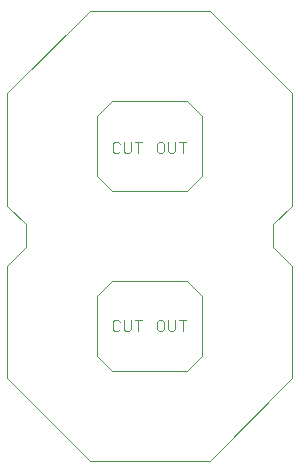
<source format=gko>
G75*
G70*
%OFA0B0*%
%FSLAX24Y24*%
%IPPOS*%
%LPD*%
%AMOC8*
5,1,8,0,0,1.08239X$1,22.5*
%
%ADD10C,0.0000*%
%ADD11C,0.0030*%
D10*
X001100Y003850D02*
X003850Y001100D01*
X007850Y001100D01*
X010600Y003850D01*
X010600Y007600D01*
X009975Y008225D01*
X009975Y008975D01*
X010600Y009600D01*
X010600Y013350D01*
X007850Y016100D01*
X003850Y016098D01*
X003848Y016098D01*
X001100Y013350D01*
X001100Y009600D01*
X001725Y008975D01*
X001725Y008225D01*
X001100Y007600D01*
X001100Y003850D01*
X004100Y004600D02*
X004100Y006600D01*
X004600Y007100D01*
X007100Y007100D01*
X007600Y006600D01*
X007600Y004600D01*
X007100Y004100D01*
X004600Y004100D01*
X004100Y004600D01*
X004600Y010100D02*
X004100Y010600D01*
X004100Y012600D01*
X004600Y013100D01*
X007100Y013100D01*
X007600Y012600D01*
X007600Y010600D01*
X007100Y010100D01*
X004600Y010100D01*
D11*
X004677Y011365D02*
X004800Y011365D01*
X004862Y011427D01*
X004983Y011427D02*
X005045Y011365D01*
X005168Y011365D01*
X005230Y011427D01*
X005230Y011735D01*
X005352Y011735D02*
X005599Y011735D01*
X005475Y011735D02*
X005475Y011365D01*
X004983Y011427D02*
X004983Y011735D01*
X004862Y011674D02*
X004800Y011735D01*
X004677Y011735D01*
X004615Y011674D01*
X004615Y011427D01*
X004677Y011365D01*
X006088Y011427D02*
X006150Y011365D01*
X006273Y011365D01*
X006335Y011427D01*
X006335Y011674D01*
X006273Y011735D01*
X006150Y011735D01*
X006088Y011674D01*
X006088Y011427D01*
X006457Y011427D02*
X006518Y011365D01*
X006642Y011365D01*
X006703Y011427D01*
X006703Y011735D01*
X006825Y011735D02*
X007072Y011735D01*
X006948Y011735D02*
X006948Y011365D01*
X006457Y011427D02*
X006457Y011735D01*
X006457Y005785D02*
X006457Y005477D01*
X006518Y005415D01*
X006642Y005415D01*
X006703Y005477D01*
X006703Y005785D01*
X006825Y005785D02*
X007072Y005785D01*
X006948Y005785D02*
X006948Y005415D01*
X006335Y005477D02*
X006335Y005724D01*
X006273Y005785D01*
X006150Y005785D01*
X006088Y005724D01*
X006088Y005477D01*
X006150Y005415D01*
X006273Y005415D01*
X006335Y005477D01*
X005599Y005785D02*
X005352Y005785D01*
X005230Y005785D02*
X005230Y005477D01*
X005168Y005415D01*
X005045Y005415D01*
X004983Y005477D01*
X004983Y005785D01*
X004862Y005724D02*
X004800Y005785D01*
X004677Y005785D01*
X004615Y005724D01*
X004615Y005477D01*
X004677Y005415D01*
X004800Y005415D01*
X004862Y005477D01*
X005475Y005415D02*
X005475Y005785D01*
M02*

</source>
